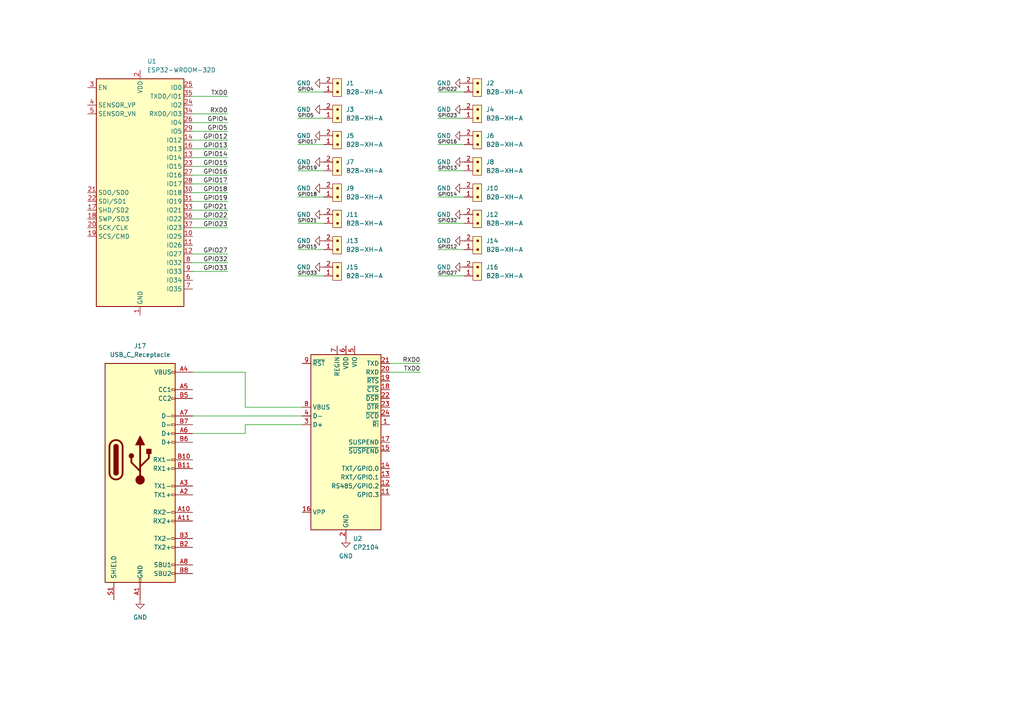
<source format=kicad_sch>
(kicad_sch (version 20211123) (generator eeschema)
  (paper "A4")
  (lib_symbols
    (symbol "Connector:USB_C_Receptacle" (pin_names (offset 1.016))
      (property "Reference" "J" (at -10.16 29.21 0))
      (property "Value" "USB_C_Receptacle" (at 10.16 29.21 0))
      (symbol "USB_C_Receptacle_0_0"
        (rectangle (start -0.254 -35.56) (end 0.254 -34.544))
        (rectangle (start 10.16 -32.766) (end 9.144 -33.274))
        (rectangle (start 10.16 -30.226) (end 9.144 -30.734))
        (rectangle (start 10.16 -25.146) (end 9.144 -25.654))
        (rectangle (start 10.16 -22.606) (end 9.144 -23.114))
        (rectangle (start 10.16 -17.526) (end 9.144 -18.034))
        (rectangle (start 10.16 -14.986) (end 9.144 -15.494))
        (rectangle (start 10.16 -9.906) (end 9.144 -10.414))
        (rectangle (start 10.16 -7.366) (end 9.144 -7.874))
        (rectangle (start 10.16 -2.286) (end 9.144 -2.794))
        (rectangle (start 10.16 0.254) (end 9.144 -0.254))
        (rectangle (start 10.16 5.334) (end 9.144 4.826))
        (rectangle (start 10.16 7.874) (end 9.144 7.366))
        (rectangle (start 10.16 10.414) (end 9.144 9.906))
        (rectangle (start 10.16 12.954) (end 9.144 12.446))
        (rectangle (start 10.16 18.034) (end 9.144 17.526))
        (rectangle (start 10.16 20.574) (end 9.144 20.066))
        (rectangle (start 10.16 25.654) (end 9.144 25.146))
      )
      (symbol "USB_C_Receptacle_0_1"
        (rectangle (start -10.16 27.94) (end 10.16 -35.56) (stroke (width 0.254)) (fill (type background)))
        (arc (start -8.89 -3.81) (mid -6.985 -5.715) (end -5.08 -3.81) (stroke (width 0.508)))
        (arc (start -7.62 -3.81) (mid -6.985 -4.445) (end -6.35 -3.81) (stroke (width 0.254)))
        (arc (start -7.62 -3.81) (mid -6.985 -4.445) (end -6.35 -3.81) (stroke (width 0.254)) (fill (type outline)))
        (rectangle (start -7.62 -3.81) (end -6.35 3.81) (stroke (width 0.254)) (fill (type outline)))
        (arc (start -6.35 3.81) (mid -6.985 4.445) (end -7.62 3.81) (stroke (width 0.254)))
        (arc (start -6.35 3.81) (mid -6.985 4.445) (end -7.62 3.81) (stroke (width 0.254)) (fill (type outline)))
        (arc (start -5.08 3.81) (mid -6.985 5.715) (end -8.89 3.81) (stroke (width 0.508)))
        (polyline (pts (xy -8.89 -3.81) (xy -8.89 3.81)) (stroke (width 0.508)))
        (polyline (pts (xy -5.08 3.81) (xy -5.08 -3.81)) (stroke (width 0.508)))
      )
      (symbol "USB_C_Receptacle_1_1"
        (circle (center -2.54 1.143) (radius 0.635) (stroke (width 0.254)) (fill (type outline)))
        (circle (center 0 -5.842) (radius 1.27) (fill (type outline)))
        (polyline (pts (xy 0 -5.842) (xy 0 4.318)) (stroke (width 0.508)))
        (polyline (pts (xy 0 -3.302) (xy -2.54 -0.762) (xy -2.54 0.508)) (stroke (width 0.508)))
        (polyline (pts (xy 0 -2.032) (xy 2.54 0.508) (xy 2.54 1.778)) (stroke (width 0.508)))
        (polyline (pts (xy -1.27 4.318) (xy 0 6.858) (xy 1.27 4.318) (xy -1.27 4.318)) (stroke (width 0.254)) (fill (type outline)))
        (rectangle (start 1.905 1.778) (end 3.175 3.048) (stroke (width 0.254)) (fill (type outline)))
        (pin passive line (at 0 -40.64 90) (length 5.08) (name "GND") (number "A1"))
        (pin bidirectional line (at 15.24 -15.24 180) (length 5.08) (name "RX2-") (number "A10"))
        (pin bidirectional line (at 15.24 -17.78 180) (length 5.08) (name "RX2+") (number "A11"))
        (pin passive line (at 0 -40.64 90) (length 5.08) hide (name "GND") (number "A12"))
        (pin bidirectional line (at 15.24 -10.16 180) (length 5.08) (name "TX1+") (number "A2"))
        (pin bidirectional line (at 15.24 -7.62 180) (length 5.08) (name "TX1-") (number "A3"))
        (pin passive line (at 15.24 25.4 180) (length 5.08) (name "VBUS") (number "A4"))
        (pin bidirectional line (at 15.24 20.32 180) (length 5.08) (name "CC1") (number "A5"))
        (pin bidirectional line (at 15.24 7.62 180) (length 5.08) (name "D+") (number "A6"))
        (pin bidirectional line (at 15.24 12.7 180) (length 5.08) (name "D-") (number "A7"))
        (pin bidirectional line (at 15.24 -30.48 180) (length 5.08) (name "SBU1") (number "A8"))
        (pin passive line (at 15.24 25.4 180) (length 5.08) hide (name "VBUS") (number "A9"))
        (pin passive line (at 0 -40.64 90) (length 5.08) hide (name "GND") (number "B1"))
        (pin bidirectional line (at 15.24 0 180) (length 5.08) (name "RX1-") (number "B10"))
        (pin bidirectional line (at 15.24 -2.54 180) (length 5.08) (name "RX1+") (number "B11"))
        (pin passive line (at 0 -40.64 90) (length 5.08) hide (name "GND") (number "B12"))
        (pin bidirectional line (at 15.24 -25.4 180) (length 5.08) (name "TX2+") (number "B2"))
        (pin bidirectional line (at 15.24 -22.86 180) (length 5.08) (name "TX2-") (number "B3"))
        (pin passive line (at 15.24 25.4 180) (length 5.08) hide (name "VBUS") (number "B4"))
        (pin bidirectional line (at 15.24 17.78 180) (length 5.08) (name "CC2") (number "B5"))
        (pin bidirectional line (at 15.24 5.08 180) (length 5.08) (name "D+") (number "B6"))
        (pin bidirectional line (at 15.24 10.16 180) (length 5.08) (name "D-") (number "B7"))
        (pin bidirectional line (at 15.24 -33.02 180) (length 5.08) (name "SBU2") (number "B8"))
        (pin passive line (at 15.24 25.4 180) (length 5.08) hide (name "VBUS") (number "B9"))
        (pin passive line (at -7.62 -40.64 90) (length 5.08) (name "SHIELD") (number "S1"))
      )
    )
    (symbol "Interface_USB:CP2104"
      (property "Reference" "U" (at -5.08 28.575 0))
      (property "Value" "CP2104" (at -5.08 26.67 0))
      (symbol "CP2104_1_1"
        (rectangle (start -10.16 25.4) (end 10.16 -25.4) (stroke (width 0.254)) (fill (type background)))
        (pin input line (at 12.7 5.08 180) (length 2.54) (name "~{RI}") (number "1"))
        (pin no_connect line (at 10.16 -20.32 180) (length 2.54) hide (name "NC") (number "10"))
        (pin bidirectional line (at 12.7 -15.24 180) (length 2.54) (name "GPIO.3") (number "11"))
        (pin bidirectional line (at 12.7 -12.7 180) (length 2.54) (name "RS485/GPIO.2") (number "12"))
        (pin bidirectional line (at 12.7 -10.16 180) (length 2.54) (name "RXT/GPIO.1") (number "13"))
        (pin bidirectional line (at 12.7 -7.62 180) (length 2.54) (name "TXT/GPIO.0") (number "14"))
        (pin output line (at 12.7 -2.54 180) (length 2.54) (name "~{SUSPEND}") (number "15"))
        (pin passive line (at -12.7 -20.32 0) (length 2.54) (name "VPP") (number "16"))
        (pin output line (at 12.7 0 180) (length 2.54) (name "SUSPEND") (number "17"))
        (pin input line (at 12.7 15.24 180) (length 2.54) (name "~{CTS}") (number "18"))
        (pin output line (at 12.7 17.78 180) (length 2.54) (name "~{RTS}") (number "19"))
        (pin power_in line (at 0 -27.94 90) (length 2.54) (name "GND") (number "2"))
        (pin input line (at 12.7 20.32 180) (length 2.54) (name "RXD") (number "20"))
        (pin output line (at 12.7 22.86 180) (length 2.54) (name "TXD") (number "21"))
        (pin input line (at 12.7 12.7 180) (length 2.54) (name "~{DSR}") (number "22"))
        (pin output line (at 12.7 10.16 180) (length 2.54) (name "~{DTR}") (number "23"))
        (pin input line (at 12.7 7.62 180) (length 2.54) (name "~{DCD}") (number "24"))
        (pin passive line (at 0 -27.94 90) (length 2.54) hide (name "GND") (number "25"))
        (pin bidirectional line (at -12.7 5.08 0) (length 2.54) (name "D+") (number "3"))
        (pin bidirectional line (at -12.7 7.62 0) (length 2.54) (name "D-") (number "4"))
        (pin power_in line (at 2.54 27.94 270) (length 2.54) (name "VIO") (number "5"))
        (pin power_in line (at 0 27.94 270) (length 2.54) (name "VDD") (number "6"))
        (pin power_in line (at -2.54 27.94 270) (length 2.54) (name "REGIN") (number "7"))
        (pin input line (at -12.7 10.16 0) (length 2.54) (name "VBUS") (number "8"))
        (pin bidirectional line (at -12.7 22.86 0) (length 2.54) (name "~{RST}") (number "9"))
      )
    )
    (symbol "RF_Module:ESP32-WROOM-32D"
      (property "Reference" "U" (at -12.7 34.29 0))
      (property "Value" "ESP32-WROOM-32D" (at 1.27 34.29 0))
      (symbol "ESP32-WROOM-32D_0_1"
        (rectangle (start -12.7 33.02) (end 12.7 -33.02) (stroke (width 0.254)) (fill (type background)))
      )
      (symbol "ESP32-WROOM-32D_1_1"
        (pin power_in line (at 0 -35.56 90) (length 2.54) (name "GND") (number "1"))
        (pin bidirectional line (at 15.24 -12.7 180) (length 2.54) (name "IO25") (number "10"))
        (pin bidirectional line (at 15.24 -15.24 180) (length 2.54) (name "IO26") (number "11"))
        (pin bidirectional line (at 15.24 -17.78 180) (length 2.54) (name "IO27") (number "12"))
        (pin bidirectional line (at 15.24 10.16 180) (length 2.54) (name "IO14") (number "13"))
        (pin bidirectional line (at 15.24 15.24 180) (length 2.54) (name "IO12") (number "14"))
        (pin passive line (at 0 -35.56 90) (length 2.54) hide (name "GND") (number "15"))
        (pin bidirectional line (at 15.24 12.7 180) (length 2.54) (name "IO13") (number "16"))
        (pin bidirectional line (at -15.24 -5.08 0) (length 2.54) (name "SHD/SD2") (number "17"))
        (pin bidirectional line (at -15.24 -7.62 0) (length 2.54) (name "SWP/SD3") (number "18"))
        (pin bidirectional line (at -15.24 -12.7 0) (length 2.54) (name "SCS/CMD") (number "19"))
        (pin power_in line (at 0 35.56 270) (length 2.54) (name "VDD") (number "2"))
        (pin bidirectional line (at -15.24 -10.16 0) (length 2.54) (name "SCK/CLK") (number "20"))
        (pin bidirectional line (at -15.24 0 0) (length 2.54) (name "SDO/SD0") (number "21"))
        (pin bidirectional line (at -15.24 -2.54 0) (length 2.54) (name "SDI/SD1") (number "22"))
        (pin bidirectional line (at 15.24 7.62 180) (length 2.54) (name "IO15") (number "23"))
        (pin bidirectional line (at 15.24 25.4 180) (length 2.54) (name "IO2") (number "24"))
        (pin bidirectional line (at 15.24 30.48 180) (length 2.54) (name "IO0") (number "25"))
        (pin bidirectional line (at 15.24 20.32 180) (length 2.54) (name "IO4") (number "26"))
        (pin bidirectional line (at 15.24 5.08 180) (length 2.54) (name "IO16") (number "27"))
        (pin bidirectional line (at 15.24 2.54 180) (length 2.54) (name "IO17") (number "28"))
        (pin bidirectional line (at 15.24 17.78 180) (length 2.54) (name "IO5") (number "29"))
        (pin input line (at -15.24 30.48 0) (length 2.54) (name "EN") (number "3"))
        (pin bidirectional line (at 15.24 0 180) (length 2.54) (name "IO18") (number "30"))
        (pin bidirectional line (at 15.24 -2.54 180) (length 2.54) (name "IO19") (number "31"))
        (pin no_connect line (at -12.7 -27.94 0) (length 2.54) hide (name "NC") (number "32"))
        (pin bidirectional line (at 15.24 -5.08 180) (length 2.54) (name "IO21") (number "33"))
        (pin bidirectional line (at 15.24 22.86 180) (length 2.54) (name "RXD0/IO3") (number "34"))
        (pin bidirectional line (at 15.24 27.94 180) (length 2.54) (name "TXD0/IO1") (number "35"))
        (pin bidirectional line (at 15.24 -7.62 180) (length 2.54) (name "IO22") (number "36"))
        (pin bidirectional line (at 15.24 -10.16 180) (length 2.54) (name "IO23") (number "37"))
        (pin passive line (at 0 -35.56 90) (length 2.54) hide (name "GND") (number "38"))
        (pin passive line (at 0 -35.56 90) (length 2.54) hide (name "GND") (number "39"))
        (pin input line (at -15.24 25.4 0) (length 2.54) (name "SENSOR_VP") (number "4"))
        (pin input line (at -15.24 22.86 0) (length 2.54) (name "SENSOR_VN") (number "5"))
        (pin input line (at 15.24 -25.4 180) (length 2.54) (name "IO34") (number "6"))
        (pin input line (at 15.24 -27.94 180) (length 2.54) (name "IO35") (number "7"))
        (pin bidirectional line (at 15.24 -20.32 180) (length 2.54) (name "IO32") (number "8"))
        (pin bidirectional line (at 15.24 -22.86 180) (length 2.54) (name "IO33") (number "9"))
      )
    )
    (symbol "dk_Rectangular-Connectors-Headers-Male-Pins:B2B-XH-A_LF__SN_" (pin_names (offset 1.016))
      (property "Reference" "J" (at -2.54 -1.27 0))
      (property "Value" "B2B-XH-A_LF__SN_" (at 1.27 -3.81 0))
      (symbol "B2B-XH-A_LF__SN__1_1"
        (rectangle (start -1.27 0) (end 3.81 -2.54) (fill (type background)))
        (rectangle (start -0.254 -1.143) (end 0.254 -1.651) (fill (type outline)))
        (rectangle (start 2.286 -1.143) (end 2.794 -1.651) (fill (type outline)))
        (pin passive line (at 0 2.54 270) (length 2.54) (name "~") (number "1"))
        (pin passive line (at 2.54 2.54 270) (length 2.54) (name "~") (number "2"))
      )
    )
    (symbol "power:GND" (power) (pin_names (offset 0))
      (property "Value" "GND" (at 0 -3.81 0))
      (symbol "GND_0_1"
        (polyline (pts (xy 0 0) (xy 0 -1.27) (xy 1.27 -1.27) (xy 0 -2.54) (xy -1.27 -1.27) (xy 0 -1.27)))
      )
      (symbol "GND_1_1"
        (pin power_in line (at 0 0 270) (length 0) hide (name "GND") (number "1"))
      )
    )
  )
  (wire (pts (xy 55.88 35.56) (xy 66.04 35.56)))
  (wire (pts (xy 55.88 55.88) (xy 66.04 55.88)))
  (wire (pts (xy 113.03 107.95) (xy 121.92 107.95)))
  (wire (pts (xy 113.03 105.41) (xy 121.92 105.41)))
  (wire (pts (xy 55.88 43.18) (xy 66.04 43.18)))
  (wire (pts (xy 55.88 78.74) (xy 66.04 78.74)))
  (wire (pts (xy 55.88 66.04) (xy 66.04 66.04)))
  (wire (pts (xy 71.12 107.95) (xy 71.12 118.11)))
  (wire (pts (xy 71.12 123.19) (xy 87.63 123.19)))
  (wire (pts (xy 86.36 34.29) (xy 93.98 34.29)))
  (wire (pts (xy 55.88 125.73) (xy 71.12 125.73)))
  (wire (pts (xy 55.88 107.95) (xy 71.12 107.95)))
  (wire (pts (xy 127 34.29) (xy 134.62 34.29)))
  (wire (pts (xy 86.36 26.67) (xy 93.98 26.67)))
  (wire (pts (xy 55.88 73.66) (xy 66.04 73.66)))
  (wire (pts (xy 86.36 57.15) (xy 93.98 57.15)))
  (wire (pts (xy 55.88 27.94) (xy 66.04 27.94)))
  (wire (pts (xy 127 41.91) (xy 134.62 41.91)))
  (wire (pts (xy 55.88 60.96) (xy 66.04 60.96)))
  (wire (pts (xy 55.88 76.2) (xy 66.04 76.2)))
  (wire (pts (xy 55.88 40.64) (xy 66.04 40.64)))
  (wire (pts (xy 55.88 45.72) (xy 66.04 45.72)))
  (wire (pts (xy 86.36 41.91) (xy 93.98 41.91)))
  (wire (pts (xy 55.88 50.8) (xy 66.04 50.8)))
  (wire (pts (xy 55.88 58.42) (xy 66.04 58.42)))
  (wire (pts (xy 127 80.01) (xy 134.62 80.01)))
  (wire (pts (xy 55.88 33.02) (xy 66.04 33.02)))
  (wire (pts (xy 55.88 63.5) (xy 66.04 63.5)))
  (wire (pts (xy 127 64.77) (xy 134.62 64.77)))
  (wire (pts (xy 86.36 49.53) (xy 93.98 49.53)))
  (wire (pts (xy 86.36 72.39) (xy 93.98 72.39)))
  (wire (pts (xy 55.88 48.26) (xy 66.04 48.26)))
  (wire (pts (xy 55.88 120.65) (xy 87.63 120.65)))
  (wire (pts (xy 55.88 38.1) (xy 66.04 38.1)))
  (wire (pts (xy 127 72.39) (xy 134.62 72.39)))
  (wire (pts (xy 86.36 64.77) (xy 93.98 64.77)))
  (wire (pts (xy 127 49.53) (xy 134.62 49.53)))
  (wire (pts (xy 55.88 53.34) (xy 66.04 53.34)))
  (wire (pts (xy 127 57.15) (xy 134.62 57.15)))
  (wire (pts (xy 71.12 125.73) (xy 71.12 123.19)))
  (wire (pts (xy 86.36 80.01) (xy 93.98 80.01)))
  (wire (pts (xy 71.12 118.11) (xy 87.63 118.11)))
  (wire (pts (xy 127 26.67) (xy 134.62 26.67)))
  (label "GPIO21" (at 66.04 60.96 180))
  (label "GPIO19" (at 66.04 58.42 180))
  (label "GPIO15" (at 66.04 48.26 180))
  (label "GPIO23" (at 66.04 66.04 180))
  (label "TXD0" (at 121.92 107.95 180))
  (label "GPIO16" (at 127 41.91 0) (effects (font (size 1 1))))
  (label "GPIO16" (at 66.04 50.8 180))
  (label "GPIO22" (at 127 26.67 0) (effects (font (size 1 1))))
  (label "GPIO17" (at 86.36 41.91 0) (effects (font (size 1 1))))
  (label "GPIO5" (at 66.04 38.1 180))
  (label "GPIO17" (at 66.04 53.34 180))
  (label "GPIO12" (at 127 72.39 0) (effects (font (size 1 1))))
  (label "GPIO33" (at 66.04 78.74 180))
  (label "GPIO5" (at 86.36 34.29 0) (effects (font (size 1 1))))
  (label "GPIO18" (at 86.36 57.15 0) (effects (font (size 1 1))))
  (label "RXD0" (at 121.92 105.41 180))
  (label "GPIO4" (at 66.04 35.56 180))
  (label "GPIO19" (at 86.36 49.53 0) (effects (font (size 1 1))))
  (label "GPIO15" (at 86.36 72.39 0) (effects (font (size 1 1))))
  (label "GPIO32" (at 66.04 76.2 180))
  (label "GPIO13" (at 127 49.53 0) (effects (font (size 1 1))))
  (label "GPIO27" (at 66.04 73.66 180))
  (label "GPIO12" (at 66.04 40.64 180))
  (label "GPIO4" (at 86.36 26.67 0) (effects (font (size 1 1))))
  (label "GPIO14" (at 66.04 45.72 180))
  (label "GPIO32" (at 127 64.77 0) (effects (font (size 1 1))))
  (label "GPIO13" (at 66.04 43.18 180))
  (label "GPIO18" (at 66.04 55.88 180))
  (label "GPIO23" (at 127 34.29 0) (effects (font (size 1 1))))
  (label "GPIO33" (at 86.36 80.01 0) (effects (font (size 1 1))))
  (label "GPIO21" (at 86.36 64.77 0) (effects (font (size 1 1))))
  (label "GPIO27" (at 127 80.01 0) (effects (font (size 1 1))))
  (label "GPIO14" (at 127 57.15 0) (effects (font (size 1 1))))
  (label "RXD0" (at 66.04 33.02 180))
  (label "GPIO22" (at 66.04 63.5 180))
  (label "TXD0" (at 66.04 27.94 180))
  (symbol (lib_id "dk_Rectangular-Connectors-Headers-Male-Pins:B2B-XH-A_LF__SN_") (at 96.52 64.77 90) (unit 1)
    (property "Reference" "J11" (at 100.33 62.2299 90) (effects (justify right)))
    (property "Value" "B2B-XH-A" (at 100.33 64.7699 90) (effects (justify right)))
    (property "Footprint" "digikey-footprints:PinHeader_1x2_P2.5mm_Drill1.1mm" (effects hide))
    (property "Datasheet" "http://www.jst-mfg.com/product/pdf/eng/eXH.pdf" (effects hide))
    (property "Digi-Key_PN" "455-2247-ND" (effects hide))
    (property "MPN" "B2B-XH-A(LF)(SN)" (effects hide))
    (property "Category" "Connectors, Interconnects" (effects hide))
    (property "Family" "Rectangular Connectors - Headers, Male Pins" (effects hide))
    (property "DK_Datasheet_Link" "http://www.jst-mfg.com/product/pdf/eng/eXH.pdf" (effects hide))
    (property "DK_Detail_Page" "/product-detail/en/jst-sales-america-inc/B2B-XH-A(LF)(SN)/455-2247-ND/1651045" (effects hide))
    (property "Description" "CONN HEADER VERT 2POS 2.5MM" (effects hide))
    (property "Manufacturer" "JST Sales America Inc." (effects hide))
    (property "Status" "Active" (effects hide))
  )
  (symbol (lib_id "power:GND") (at 100.33 156.21 0) (unit 1)
    (property "Reference" "#PWR010" (effects hide))
    (property "Value" "GND" (at 100.33 161.29 0))
  )
  (symbol (lib_id "power:GND") (at 134.62 69.85 270) (unit 1)
    (property "Reference" "#PWR017" (effects hide))
    (property "Value" "GND" (at 130.81 69.8499 90) (effects (justify right)))
  )
  (symbol (lib_id "power:GND") (at 93.98 54.61 270) (unit 1)
    (property "Reference" "#PWR06" (effects hide))
    (property "Value" "GND" (at 90.17 54.6099 90) (effects (justify right)))
  )
  (symbol (lib_id "power:GND") (at 134.62 39.37 270) (unit 1)
    (property "Reference" "#PWR013" (effects hide))
    (property "Value" "GND" (at 130.81 39.3699 90) (effects (justify right)))
  )
  (symbol (lib_id "power:GND") (at 93.98 69.85 270) (unit 1)
    (property "Reference" "#PWR08" (effects hide))
    (property "Value" "GND" (at 90.17 69.8499 90) (effects (justify right)))
  )
  (symbol (lib_id "dk_Rectangular-Connectors-Headers-Male-Pins:B2B-XH-A_LF__SN_") (at 137.16 26.67 90) (unit 1)
    (property "Reference" "J2" (at 140.97 24.1299 90) (effects (justify right)))
    (property "Value" "B2B-XH-A" (at 140.97 26.6699 90) (effects (justify right)))
    (property "Footprint" "digikey-footprints:PinHeader_1x2_P2.5mm_Drill1.1mm" (effects hide))
    (property "Datasheet" "http://www.jst-mfg.com/product/pdf/eng/eXH.pdf" (effects hide))
    (property "Digi-Key_PN" "455-2247-ND" (effects hide))
    (property "MPN" "B2B-XH-A(LF)(SN)" (effects hide))
    (property "Category" "Connectors, Interconnects" (effects hide))
    (property "Family" "Rectangular Connectors - Headers, Male Pins" (effects hide))
    (property "DK_Datasheet_Link" "http://www.jst-mfg.com/product/pdf/eng/eXH.pdf" (effects hide))
    (property "DK_Detail_Page" "/product-detail/en/jst-sales-america-inc/B2B-XH-A(LF)(SN)/455-2247-ND/1651045" (effects hide))
    (property "Description" "CONN HEADER VERT 2POS 2.5MM" (effects hide))
    (property "Manufacturer" "JST Sales America Inc." (effects hide))
    (property "Status" "Active" (effects hide))
  )
  (symbol (lib_id "power:GND") (at 134.62 46.99 270) (unit 1)
    (property "Reference" "#PWR014" (effects hide))
    (property "Value" "GND" (at 130.81 46.9899 90) (effects (justify right)))
  )
  (symbol (lib_id "power:GND") (at 134.62 62.23 270) (unit 1)
    (property "Reference" "#PWR016" (effects hide))
    (property "Value" "GND" (at 130.81 62.2299 90) (effects (justify right)))
  )
  (symbol (lib_id "power:GND") (at 134.62 31.75 270) (unit 1)
    (property "Reference" "#PWR012" (effects hide))
    (property "Value" "GND" (at 130.81 31.7499 90) (effects (justify right)))
  )
  (symbol (lib_id "dk_Rectangular-Connectors-Headers-Male-Pins:B2B-XH-A_LF__SN_") (at 137.16 64.77 90) (unit 1)
    (property "Reference" "J12" (at 140.97 62.2299 90) (effects (justify right)))
    (property "Value" "B2B-XH-A" (at 140.97 64.7699 90) (effects (justify right)))
    (property "Footprint" "digikey-footprints:PinHeader_1x2_P2.5mm_Drill1.1mm" (effects hide))
    (property "Datasheet" "http://www.jst-mfg.com/product/pdf/eng/eXH.pdf" (effects hide))
    (property "Digi-Key_PN" "455-2247-ND" (effects hide))
    (property "MPN" "B2B-XH-A(LF)(SN)" (effects hide))
    (property "Category" "Connectors, Interconnects" (effects hide))
    (property "Family" "Rectangular Connectors - Headers, Male Pins" (effects hide))
    (property "DK_Datasheet_Link" "http://www.jst-mfg.com/product/pdf/eng/eXH.pdf" (effects hide))
    (property "DK_Detail_Page" "/product-detail/en/jst-sales-america-inc/B2B-XH-A(LF)(SN)/455-2247-ND/1651045" (effects hide))
    (property "Description" "CONN HEADER VERT 2POS 2.5MM" (effects hide))
    (property "Manufacturer" "JST Sales America Inc." (effects hide))
    (property "Status" "Active" (effects hide))
  )
  (symbol (lib_id "dk_Rectangular-Connectors-Headers-Male-Pins:B2B-XH-A_LF__SN_") (at 96.52 72.39 90) (unit 1)
    (property "Reference" "J13" (at 100.33 69.8499 90) (effects (justify right)))
    (property "Value" "B2B-XH-A" (at 100.33 72.3899 90) (effects (justify right)))
    (property "Footprint" "digikey-footprints:PinHeader_1x2_P2.5mm_Drill1.1mm" (effects hide))
    (property "Datasheet" "http://www.jst-mfg.com/product/pdf/eng/eXH.pdf" (effects hide))
    (property "Digi-Key_PN" "455-2247-ND" (effects hide))
    (property "MPN" "B2B-XH-A(LF)(SN)" (effects hide))
    (property "Category" "Connectors, Interconnects" (effects hide))
    (property "Family" "Rectangular Connectors - Headers, Male Pins" (effects hide))
    (property "DK_Datasheet_Link" "http://www.jst-mfg.com/product/pdf/eng/eXH.pdf" (effects hide))
    (property "DK_Detail_Page" "/product-detail/en/jst-sales-america-inc/B2B-XH-A(LF)(SN)/455-2247-ND/1651045" (effects hide))
    (property "Description" "CONN HEADER VERT 2POS 2.5MM" (effects hide))
    (property "Manufacturer" "JST Sales America Inc." (effects hide))
    (property "Status" "Active" (effects hide))
  )
  (symbol (lib_id "Interface_USB:CP2104") (at 100.33 128.27 0) (unit 1)
    (property "Reference" "U2" (at 102.3494 156.21 0) (effects (justify left)))
    (property "Value" "CP2104" (at 102.3494 158.75 0) (effects (justify left)))
    (property "Footprint" "Package_DFN_QFN:QFN-24-1EP_4x4mm_P0.5mm_EP2.6x2.6mm" (effects hide))
    (property "Datasheet" "https://www.silabs.com/documents/public/data-sheets/cp2104.pdf" (effects hide))
  )
  (symbol (lib_id "dk_Rectangular-Connectors-Headers-Male-Pins:B2B-XH-A_LF__SN_") (at 137.16 57.15 90) (unit 1)
    (property "Reference" "J10" (at 140.97 54.6099 90) (effects (justify right)))
    (property "Value" "B2B-XH-A" (at 140.97 57.1499 90) (effects (justify right)))
    (property "Footprint" "digikey-footprints:PinHeader_1x2_P2.5mm_Drill1.1mm" (effects hide))
    (property "Datasheet" "http://www.jst-mfg.com/product/pdf/eng/eXH.pdf" (effects hide))
    (property "Digi-Key_PN" "455-2247-ND" (effects hide))
    (property "MPN" "B2B-XH-A(LF)(SN)" (effects hide))
    (property "Category" "Connectors, Interconnects" (effects hide))
    (property "Family" "Rectangular Connectors - Headers, Male Pins" (effects hide))
    (property "DK_Datasheet_Link" "http://www.jst-mfg.com/product/pdf/eng/eXH.pdf" (effects hide))
    (property "DK_Detail_Page" "/product-detail/en/jst-sales-america-inc/B2B-XH-A(LF)(SN)/455-2247-ND/1651045" (effects hide))
    (property "Description" "CONN HEADER VERT 2POS 2.5MM" (effects hide))
    (property "Manufacturer" "JST Sales America Inc." (effects hide))
    (property "Status" "Active" (effects hide))
  )
  (symbol (lib_id "dk_Rectangular-Connectors-Headers-Male-Pins:B2B-XH-A_LF__SN_") (at 96.52 80.01 90) (unit 1)
    (property "Reference" "J15" (at 100.33 77.4699 90) (effects (justify right)))
    (property "Value" "B2B-XH-A" (at 100.33 80.0099 90) (effects (justify right)))
    (property "Footprint" "digikey-footprints:PinHeader_1x2_P2.5mm_Drill1.1mm" (effects hide))
    (property "Datasheet" "http://www.jst-mfg.com/product/pdf/eng/eXH.pdf" (effects hide))
    (property "Digi-Key_PN" "455-2247-ND" (effects hide))
    (property "MPN" "B2B-XH-A(LF)(SN)" (effects hide))
    (property "Category" "Connectors, Interconnects" (effects hide))
    (property "Family" "Rectangular Connectors - Headers, Male Pins" (effects hide))
    (property "DK_Datasheet_Link" "http://www.jst-mfg.com/product/pdf/eng/eXH.pdf" (effects hide))
    (property "DK_Detail_Page" "/product-detail/en/jst-sales-america-inc/B2B-XH-A(LF)(SN)/455-2247-ND/1651045" (effects hide))
    (property "Description" "CONN HEADER VERT 2POS 2.5MM" (effects hide))
    (property "Manufacturer" "JST Sales America Inc." (effects hide))
    (property "Status" "Active" (effects hide))
  )
  (symbol (lib_id "dk_Rectangular-Connectors-Headers-Male-Pins:B2B-XH-A_LF__SN_") (at 96.52 57.15 90) (unit 1)
    (property "Reference" "J9" (at 100.33 54.6099 90) (effects (justify right)))
    (property "Value" "B2B-XH-A" (at 100.33 57.1499 90) (effects (justify right)))
    (property "Footprint" "digikey-footprints:PinHeader_1x2_P2.5mm_Drill1.1mm" (effects hide))
    (property "Datasheet" "http://www.jst-mfg.com/product/pdf/eng/eXH.pdf" (effects hide))
    (property "Digi-Key_PN" "455-2247-ND" (effects hide))
    (property "MPN" "B2B-XH-A(LF)(SN)" (effects hide))
    (property "Category" "Connectors, Interconnects" (effects hide))
    (property "Family" "Rectangular Connectors - Headers, Male Pins" (effects hide))
    (property "DK_Datasheet_Link" "http://www.jst-mfg.com/product/pdf/eng/eXH.pdf" (effects hide))
    (property "DK_Detail_Page" "/product-detail/en/jst-sales-america-inc/B2B-XH-A(LF)(SN)/455-2247-ND/1651045" (effects hide))
    (property "Description" "CONN HEADER VERT 2POS 2.5MM" (effects hide))
    (property "Manufacturer" "JST Sales America Inc." (effects hide))
    (property "Status" "Active" (effects hide))
  )
  (symbol (lib_id "dk_Rectangular-Connectors-Headers-Male-Pins:B2B-XH-A_LF__SN_") (at 96.52 49.53 90) (unit 1)
    (property "Reference" "J7" (at 100.33 46.9899 90) (effects (justify right)))
    (property "Value" "B2B-XH-A" (at 100.33 49.5299 90) (effects (justify right)))
    (property "Footprint" "digikey-footprints:PinHeader_1x2_P2.5mm_Drill1.1mm" (effects hide))
    (property "Datasheet" "http://www.jst-mfg.com/product/pdf/eng/eXH.pdf" (effects hide))
    (property "Digi-Key_PN" "455-2247-ND" (effects hide))
    (property "MPN" "B2B-XH-A(LF)(SN)" (effects hide))
    (property "Category" "Connectors, Interconnects" (effects hide))
    (property "Family" "Rectangular Connectors - Headers, Male Pins" (effects hide))
    (property "DK_Datasheet_Link" "http://www.jst-mfg.com/product/pdf/eng/eXH.pdf" (effects hide))
    (property "DK_Detail_Page" "/product-detail/en/jst-sales-america-inc/B2B-XH-A(LF)(SN)/455-2247-ND/1651045" (effects hide))
    (property "Description" "CONN HEADER VERT 2POS 2.5MM" (effects hide))
    (property "Manufacturer" "JST Sales America Inc." (effects hide))
    (property "Status" "Active" (effects hide))
  )
  (symbol (lib_id "power:GND") (at 93.98 24.13 270) (unit 1)
    (property "Reference" "#PWR02" (effects hide))
    (property "Value" "GND" (at 90.17 24.1299 90) (effects (justify right)))
  )
  (symbol (lib_id "dk_Rectangular-Connectors-Headers-Male-Pins:B2B-XH-A_LF__SN_") (at 137.16 41.91 90) (unit 1)
    (property "Reference" "J6" (at 140.97 39.3699 90) (effects (justify right)))
    (property "Value" "B2B-XH-A" (at 140.97 41.9099 90) (effects (justify right)))
    (property "Footprint" "digikey-footprints:PinHeader_1x2_P2.5mm_Drill1.1mm" (effects hide))
    (property "Datasheet" "http://www.jst-mfg.com/product/pdf/eng/eXH.pdf" (effects hide))
    (property "Digi-Key_PN" "455-2247-ND" (effects hide))
    (property "MPN" "B2B-XH-A(LF)(SN)" (effects hide))
    (property "Category" "Connectors, Interconnects" (effects hide))
    (property "Family" "Rectangular Connectors - Headers, Male Pins" (effects hide))
    (property "DK_Datasheet_Link" "http://www.jst-mfg.com/product/pdf/eng/eXH.pdf" (effects hide))
    (property "DK_Detail_Page" "/product-detail/en/jst-sales-america-inc/B2B-XH-A(LF)(SN)/455-2247-ND/1651045" (effects hide))
    (property "Description" "CONN HEADER VERT 2POS 2.5MM" (effects hide))
    (property "Manufacturer" "JST Sales America Inc." (effects hide))
    (property "Status" "Active" (effects hide))
  )
  (symbol (lib_id "power:GND") (at 93.98 46.99 270) (unit 1)
    (property "Reference" "#PWR05" (effects hide))
    (property "Value" "GND" (at 90.17 46.9899 90) (effects (justify right)))
  )
  (symbol (lib_id "power:GND") (at 134.62 24.13 270) (unit 1)
    (property "Reference" "#PWR011" (effects hide))
    (property "Value" "GND" (at 130.81 24.1299 90) (effects (justify right)))
  )
  (symbol (lib_id "dk_Rectangular-Connectors-Headers-Male-Pins:B2B-XH-A_LF__SN_") (at 96.52 34.29 90) (unit 1)
    (property "Reference" "J3" (at 100.33 31.7499 90) (effects (justify right)))
    (property "Value" "B2B-XH-A" (at 100.33 34.2899 90) (effects (justify right)))
    (property "Footprint" "digikey-footprints:PinHeader_1x2_P2.5mm_Drill1.1mm" (effects hide))
    (property "Datasheet" "http://www.jst-mfg.com/product/pdf/eng/eXH.pdf" (effects hide))
    (property "Digi-Key_PN" "455-2247-ND" (effects hide))
    (property "MPN" "B2B-XH-A(LF)(SN)" (effects hide))
    (property "Category" "Connectors, Interconnects" (effects hide))
    (property "Family" "Rectangular Connectors - Headers, Male Pins" (effects hide))
    (property "DK_Datasheet_Link" "http://www.jst-mfg.com/product/pdf/eng/eXH.pdf" (effects hide))
    (property "DK_Detail_Page" "/product-detail/en/jst-sales-america-inc/B2B-XH-A(LF)(SN)/455-2247-ND/1651045" (effects hide))
    (property "Description" "CONN HEADER VERT 2POS 2.5MM" (effects hide))
    (property "Manufacturer" "JST Sales America Inc." (effects hide))
    (property "Status" "Active" (effects hide))
  )
  (symbol (lib_id "dk_Rectangular-Connectors-Headers-Male-Pins:B2B-XH-A_LF__SN_") (at 137.16 72.39 90) (unit 1)
    (property "Reference" "J14" (at 140.97 69.8499 90) (effects (justify right)))
    (property "Value" "B2B-XH-A" (at 140.97 72.3899 90) (effects (justify right)))
    (property "Footprint" "digikey-footprints:PinHeader_1x2_P2.5mm_Drill1.1mm" (effects hide))
    (property "Datasheet" "http://www.jst-mfg.com/product/pdf/eng/eXH.pdf" (effects hide))
    (property "Digi-Key_PN" "455-2247-ND" (effects hide))
    (property "MPN" "B2B-XH-A(LF)(SN)" (effects hide))
    (property "Category" "Connectors, Interconnects" (effects hide))
    (property "Family" "Rectangular Connectors - Headers, Male Pins" (effects hide))
    (property "DK_Datasheet_Link" "http://www.jst-mfg.com/product/pdf/eng/eXH.pdf" (effects hide))
    (property "DK_Detail_Page" "/product-detail/en/jst-sales-america-inc/B2B-XH-A(LF)(SN)/455-2247-ND/1651045" (effects hide))
    (property "Description" "CONN HEADER VERT 2POS 2.5MM" (effects hide))
    (property "Manufacturer" "JST Sales America Inc." (effects hide))
    (property "Status" "Active" (effects hide))
  )
  (symbol (lib_id "dk_Rectangular-Connectors-Headers-Male-Pins:B2B-XH-A_LF__SN_") (at 96.52 26.67 90) (unit 1)
    (property "Reference" "J1" (at 100.33 24.1299 90) (effects (justify right)))
    (property "Value" "B2B-XH-A" (at 100.33 26.6699 90) (effects (justify right)))
    (property "Footprint" "digikey-footprints:PinHeader_1x2_P2.5mm_Drill1.1mm" (effects hide))
    (property "Datasheet" "http://www.jst-mfg.com/product/pdf/eng/eXH.pdf" (effects hide))
    (property "Digi-Key_PN" "455-2247-ND" (effects hide))
    (property "MPN" "B2B-XH-A(LF)(SN)" (effects hide))
    (property "Category" "Connectors, Interconnects" (effects hide))
    (property "Family" "Rectangular Connectors - Headers, Male Pins" (effects hide))
    (property "DK_Datasheet_Link" "http://www.jst-mfg.com/product/pdf/eng/eXH.pdf" (effects hide))
    (property "DK_Detail_Page" "/product-detail/en/jst-sales-america-inc/B2B-XH-A(LF)(SN)/455-2247-ND/1651045" (effects hide))
    (property "Description" "CONN HEADER VERT 2POS 2.5MM" (effects hide))
    (property "Manufacturer" "JST Sales America Inc." (effects hide))
    (property "Status" "Active" (effects hide))
  )
  (symbol (lib_id "dk_Rectangular-Connectors-Headers-Male-Pins:B2B-XH-A_LF__SN_") (at 137.16 80.01 90) (unit 1)
    (property "Reference" "J16" (at 140.97 77.4699 90) (effects (justify right)))
    (property "Value" "B2B-XH-A" (at 140.97 80.0099 90) (effects (justify right)))
    (property "Footprint" "digikey-footprints:PinHeader_1x2_P2.5mm_Drill1.1mm" (effects hide))
    (property "Datasheet" "http://www.jst-mfg.com/product/pdf/eng/eXH.pdf" (effects hide))
    (property "Digi-Key_PN" "455-2247-ND" (effects hide))
    (property "MPN" "B2B-XH-A(LF)(SN)" (effects hide))
    (property "Category" "Connectors, Interconnects" (effects hide))
    (property "Family" "Rectangular Connectors - Headers, Male Pins" (effects hide))
    (property "DK_Datasheet_Link" "http://www.jst-mfg.com/product/pdf/eng/eXH.pdf" (effects hide))
    (property "DK_Detail_Page" "/product-detail/en/jst-sales-america-inc/B2B-XH-A(LF)(SN)/455-2247-ND/1651045" (effects hide))
    (property "Description" "CONN HEADER VERT 2POS 2.5MM" (effects hide))
    (property "Manufacturer" "JST Sales America Inc." (effects hide))
    (property "Status" "Active" (effects hide))
  )
  (symbol (lib_id "power:GND") (at 93.98 77.47 270) (unit 1)
    (property "Reference" "#PWR09" (effects hide))
    (property "Value" "GND" (at 90.17 77.4699 90) (effects (justify right)))
  )
  (symbol (lib_id "dk_Rectangular-Connectors-Headers-Male-Pins:B2B-XH-A_LF__SN_") (at 96.52 41.91 90) (unit 1)
    (property "Reference" "J5" (at 100.33 39.3699 90) (effects (justify right)))
    (property "Value" "B2B-XH-A" (at 100.33 41.9099 90) (effects (justify right)))
    (property "Footprint" "digikey-footprints:PinHeader_1x2_P2.5mm_Drill1.1mm" (effects hide))
    (property "Datasheet" "http://www.jst-mfg.com/product/pdf/eng/eXH.pdf" (effects hide))
    (property "Digi-Key_PN" "455-2247-ND" (effects hide))
    (property "MPN" "B2B-XH-A(LF)(SN)" (effects hide))
    (property "Category" "Connectors, Interconnects" (effects hide))
    (property "Family" "Rectangular Connectors - Headers, Male Pins" (effects hide))
    (property "DK_Datasheet_Link" "http://www.jst-mfg.com/product/pdf/eng/eXH.pdf" (effects hide))
    (property "DK_Detail_Page" "/product-detail/en/jst-sales-america-inc/B2B-XH-A(LF)(SN)/455-2247-ND/1651045" (effects hide))
    (property "Description" "CONN HEADER VERT 2POS 2.5MM" (effects hide))
    (property "Manufacturer" "JST Sales America Inc." (effects hide))
    (property "Status" "Active" (effects hide))
  )
  (symbol (lib_id "dk_Rectangular-Connectors-Headers-Male-Pins:B2B-XH-A_LF__SN_") (at 137.16 49.53 90) (unit 1)
    (property "Reference" "J8" (at 140.97 46.9899 90) (effects (justify right)))
    (property "Value" "B2B-XH-A" (at 140.97 49.5299 90) (effects (justify right)))
    (property "Footprint" "digikey-footprints:PinHeader_1x2_P2.5mm_Drill1.1mm" (effects hide))
    (property "Datasheet" "http://www.jst-mfg.com/product/pdf/eng/eXH.pdf" (effects hide))
    (property "Digi-Key_PN" "455-2247-ND" (effects hide))
    (property "MPN" "B2B-XH-A(LF)(SN)" (effects hide))
    (property "Category" "Connectors, Interconnects" (effects hide))
    (property "Family" "Rectangular Connectors - Headers, Male Pins" (effects hide))
    (property "DK_Datasheet_Link" "http://www.jst-mfg.com/product/pdf/eng/eXH.pdf" (effects hide))
    (property "DK_Detail_Page" "/product-detail/en/jst-sales-america-inc/B2B-XH-A(LF)(SN)/455-2247-ND/1651045" (effects hide))
    (property "Description" "CONN HEADER VERT 2POS 2.5MM" (effects hide))
    (property "Manufacturer" "JST Sales America Inc." (effects hide))
    (property "Status" "Active" (effects hide))
  )
  (symbol (lib_id "RF_Module:ESP32-WROOM-32D") (at 40.64 55.88 0) (unit 1)
    (property "Reference" "U1" (at 42.6594 17.78 0) (effects (justify left)))
    (property "Value" "ESP32-WROOM-32D" (at 42.6594 20.32 0) (effects (justify left)))
    (property "Footprint" "RF_Module:ESP32-WROOM-32" (effects hide))
    (property "Datasheet" "https://www.espressif.com/sites/default/files/documentation/esp32-wroom-32d_esp32-wroom-32u_datasheet_en.pdf" (effects hide))
  )
  (symbol (lib_id "dk_Rectangular-Connectors-Headers-Male-Pins:B2B-XH-A_LF__SN_") (at 137.16 34.29 90) (unit 1)
    (property "Reference" "J4" (at 140.97 31.7499 90) (effects (justify right)))
    (property "Value" "B2B-XH-A" (at 140.97 34.2899 90) (effects (justify right)))
    (property "Footprint" "digikey-footprints:PinHeader_1x2_P2.5mm_Drill1.1mm" (effects hide))
    (property "Datasheet" "http://www.jst-mfg.com/product/pdf/eng/eXH.pdf" (effects hide))
    (property "Digi-Key_PN" "455-2247-ND" (effects hide))
    (property "MPN" "B2B-XH-A(LF)(SN)" (effects hide))
    (property "Category" "Connectors, Interconnects" (effects hide))
    (property "Family" "Rectangular Connectors - Headers, Male Pins" (effects hide))
    (property "DK_Datasheet_Link" "http://www.jst-mfg.com/product/pdf/eng/eXH.pdf" (effects hide))
    (property "DK_Detail_Page" "/product-detail/en/jst-sales-america-inc/B2B-XH-A(LF)(SN)/455-2247-ND/1651045" (effects hide))
    (property "Description" "CONN HEADER VERT 2POS 2.5MM" (effects hide))
    (property "Manufacturer" "JST Sales America Inc." (effects hide))
    (property "Status" "Active" (effects hide))
  )
  (symbol (lib_id "Connector:USB_C_Receptacle") (at 40.64 133.35 0) (unit 1)
    (property "Reference" "J17" (at 40.64 100.33 0))
    (property "Value" "USB_C_Receptacle" (at 40.64 102.87 0))
    (property "Footprint" "digikey-footprints:USB-C_Female_12401X" (effects hide))
    (property "Datasheet" "https://www.usb.org/sites/default/files/documents/usb_type-c.zip" (effects hide))
  )
  (symbol (lib_id "power:GND") (at 93.98 39.37 270) (unit 1)
    (property "Reference" "#PWR04" (effects hide))
    (property "Value" "GND" (at 90.17 39.3699 90) (effects (justify right)))
  )
  (symbol (lib_id "power:GND") (at 134.62 54.61 270) (unit 1)
    (property "Reference" "#PWR015" (effects hide))
    (property "Value" "GND" (at 130.81 54.6099 90) (effects (justify right)))
  )
  (symbol (lib_id "power:GND") (at 93.98 62.23 270) (unit 1)
    (property "Reference" "#PWR07" (effects hide))
    (property "Value" "GND" (at 90.17 62.2299 90) (effects (justify right)))
  )
  (symbol (lib_id "power:GND") (at 134.62 77.47 270) (unit 1)
    (property "Reference" "#PWR018" (effects hide))
    (property "Value" "GND" (at 130.81 77.4699 90) (effects (justify right)))
  )
  (symbol (lib_id "power:GND") (at 40.64 173.99 0) (unit 1)
    (property "Reference" "#PWR01" (effects hide))
    (property "Value" "GND" (at 40.64 179.07 0))
  )
  (symbol (lib_id "power:GND") (at 93.98 31.75 270) (unit 1)
    (property "Reference" "#PWR03" (effects hide))
    (property "Value" "GND" (at 90.17 31.7499 90) (effects (justify right)))
  )
)
</source>
